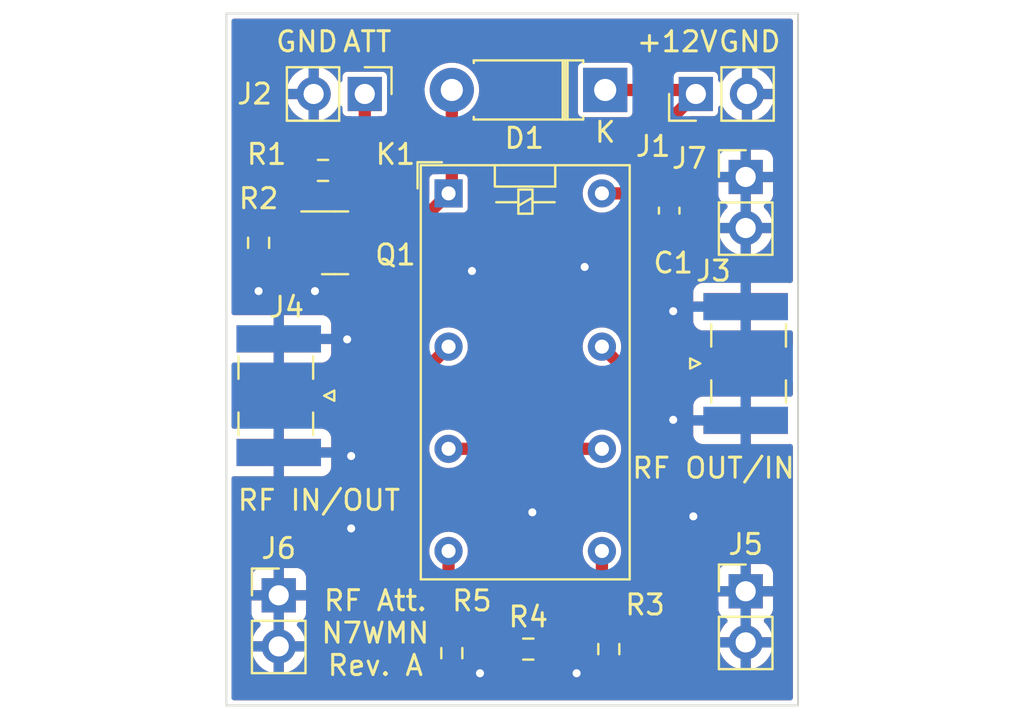
<source format=kicad_pcb>
(kicad_pcb (version 20211014) (generator pcbnew)
  (layers (0 "F.Cu" signal) (31 "B.Cu" signal) (34 "B.Paste" user) (35 "F.Paste" user) (36 "B.SilkS" user "B.Silkscreen") (37 "F.SilkS" user "F.Silkscreen") (38 "B.Mask" user) (39 "F.Mask" user) (44 "Edge.Cuts" user))
  (net 0 "")
  (net 1 "/+12V")
  (net 2 "GND")
  (net 3 "Net-(D1-Pad2)")
  (net 4 "/ATT")
  (net 5 "Net-(J3-Pad1)")
  (net 6 "Net-(J4-Pad1)")
  (net 7 "Net-(K1-Pad11)")
  (net 8 "Net-(K1-Pad8)")
  (net 9 "Net-(K1-Pad9)")
  (net 10 "Net-(Q1-Pad1)")
  (footprint "Diode_THT:D_DO-41_SOD81_P7.62mm_Horizontal" (layer "F.Cu") (at 85.22 84.4 180)
    (fp_text reference "D1" (at 4.02 -2.4) (layer "F.SilkS"))
    (fp_text value "1N4152")
    (fp_text user "K" (at 0 -2.1) (layer "F.SilkS"))
    (fp_line (start 1.99 -1.47) (end 1.99 1.47) (layer "F.SilkS") (width 0.12))
    (fp_line (start 1.09 -1.47) (end 6.53 -1.47) (layer "F.SilkS") (width 0.12))
    (fp_line (start 6.53 -1.47) (end 6.53 -1.34) (layer "F.SilkS") (width 0.12))
    (fp_line (start 1.09 1.34) (end 1.09 1.47) (layer "F.SilkS") (width 0.12))
    (fp_line (start 1.87 -1.47) (end 1.87 1.47) (layer "F.SilkS") (width 0.12))
    (fp_line (start 1.09 -1.34) (end 1.09 -1.47) (layer "F.SilkS") (width 0.12))
    (fp_line (start 1.09 1.47) (end 6.53 1.47) (layer "F.SilkS") (width 0.12))
    (fp_line (start 6.53 1.47) (end 6.53 1.34) (layer "F.SilkS") (width 0.12))
    (fp_line (start 2.11 -1.47) (end 2.11 1.47) (layer "F.SilkS") (width 0.12))
    (pad "1" thru_hole rect (at 0 0 180) (size 2.2 2.2) (drill 1.1) (layers *.Cu *.Mask) (net 1 "/+12V"))
    (pad "2" thru_hole oval (at 7.62 0 180) (size 2.2 2.2) (drill 1.1) (layers *.Cu *.Mask) (net 3 "Net-(D1-Pad2)"))
  )
  (footprint "Connector_PinHeader_2.54mm:PinHeader_1x02_P2.54mm_Vertical" (layer "F.Cu") (at 69 109.525)
    (fp_text reference "J6" (at 0 -2.33) (layer "F.SilkS"))
    (fp_text value "Conn_01x02")
    (fp_line (start -1.33 1.27) (end 1.33 1.27) (layer "F.SilkS") (width 0.12))
    (fp_line (start -1.33 0) (end -1.33 -1.33) (layer "F.SilkS") (width 0.12))
    (fp_line (start -1.33 3.87) (end 1.33 3.87) (layer "F.SilkS") (width 0.12))
    (fp_line (start -1.33 1.27) (end -1.33 3.87) (layer "F.SilkS") (width 0.12))
    (fp_line (start -1.33 -1.33) (end 0 -1.33) (layer "F.SilkS") (width 0.12))
    (fp_line (start 1.33 1.27) (end 1.33 3.87) (layer "F.SilkS") (width 0.12))
    (pad "1" thru_hole rect (at 0 0) (size 1.7 1.7) (drill 1) (layers *.Cu *.Mask) (net 2 "GND"))
    (pad "2" thru_hole oval (at 0 2.54) (size 1.7 1.7) (drill 1) (layers *.Cu *.Mask) (net 2 "GND"))
  )
  (footprint "Package_TO_SOT_SMD:SOT-23" (layer "F.Cu") (at 71.8 92)
    (fp_text reference "Q1" (at 3 0.6) (layer "F.SilkS"))
    (fp_text value "MMBT3904")
    (fp_line (start 0 1.56) (end -0.65 1.56) (layer "F.SilkS") (width 0.12))
    (fp_line (start 0 -1.56) (end -1.675 -1.56) (layer "F.SilkS") (width 0.12))
    (fp_line (start 0 -1.56) (end 0.65 -1.56) (layer "F.SilkS") (width 0.12))
    (fp_line (start 0 1.56) (end 0.65 1.56) (layer "F.SilkS") (width 0.12))
    (pad "1" smd roundrect (at -0.9375 -0.95) (size 1.475 0.6) (layers "F.Cu" "F.Paste" "F.Mask") (net 10 "Net-(Q1-Pad1)"))
    (pad "2" smd roundrect (at -0.9375 0.95) (size 1.475 0.6) (layers "F.Cu" "F.Paste" "F.Mask") (net 2 "GND"))
    (pad "3" smd roundrect (at 0.9375 0) (size 1.475 0.6) (layers "F.Cu" "F.Paste" "F.Mask") (net 3 "Net-(D1-Pad2)"))
  )
  (footprint "Connector_PinHeader_2.54mm:PinHeader_1x02_P2.54mm_Vertical" (layer "F.Cu") (at 92.2 109.325)
    (fp_text reference "J5" (at 0 -2.33) (layer "F.SilkS"))
    (fp_text value "Conn_01x02")
    (fp_line (start -1.33 1.27) (end -1.33 3.87) (layer "F.SilkS") (width 0.12))
    (fp_line (start -1.33 1.27) (end 1.33 1.27) (layer "F.SilkS") (width 0.12))
    (fp_line (start -1.33 3.87) (end 1.33 3.87) (layer "F.SilkS") (width 0.12))
    (fp_line (start -1.33 0) (end -1.33 -1.33) (layer "F.SilkS") (width 0.12))
    (fp_line (start 1.33 1.27) (end 1.33 3.87) (layer "F.SilkS") (width 0.12))
    (fp_line (start -1.33 -1.33) (end 0 -1.33) (layer "F.SilkS") (width 0.12))
    (pad "1" thru_hole rect (at 0 0) (size 1.7 1.7) (drill 1) (layers *.Cu *.Mask) (net 2 "GND"))
    (pad "2" thru_hole oval (at 0 2.54) (size 1.7 1.7) (drill 1) (layers *.Cu *.Mask) (net 2 "GND"))
  )
  (footprint "Resistor_SMD:R_0603_1608Metric_Pad0.98x0.95mm_HandSolder" (layer "F.Cu") (at 68 92 -90)
    (fp_text reference "R2" (at -2.2 0 180) (layer "F.SilkS"))
    (fp_text value "R_US")
    (fp_line (start -0.254724 -0.5225) (end 0.254724 -0.5225) (layer "F.SilkS") (width 0.12))
    (fp_line (start -0.254724 0.5225) (end 0.254724 0.5225) (layer "F.SilkS") (width 0.12))
    (pad "1" smd roundrect (at -0.9125 0 270) (size 0.975 0.95) (layers "F.Cu" "F.Paste" "F.Mask") (net 10 "Net-(Q1-Pad1)"))
    (pad "2" smd roundrect (at 0.9125 0 270) (size 0.975 0.95) (layers "F.Cu" "F.Paste" "F.Mask") (net 2 "GND"))
  )
  (footprint "Resistor_SMD:R_0603_1608Metric_Pad0.98x0.95mm_HandSolder" (layer "F.Cu") (at 85.4 112.2 -90)
    (fp_text reference "R3" (at -2.2 -1.8 180) (layer "F.SilkS"))
    (fp_text value "R_US")
    (fp_line (start -0.254724 -0.5225) (end 0.254724 -0.5225) (layer "F.SilkS") (width 0.12))
    (fp_line (start -0.254724 0.5225) (end 0.254724 0.5225) (layer "F.SilkS") (width 0.12))
    (pad "1" smd roundrect (at -0.9125 0 270) (size 0.975 0.95) (layers "F.Cu" "F.Paste" "F.Mask") (net 9 "Net-(K1-Pad9)"))
    (pad "2" smd roundrect (at 0.9125 0 270) (size 0.975 0.95) (layers "F.Cu" "F.Paste" "F.Mask") (net 2 "GND"))
  )
  (footprint "Connector_PinHeader_2.54mm:PinHeader_1x02_P2.54mm_Vertical" (layer "F.Cu") (at 92.2 88.725)
    (fp_text reference "J7" (at -2.8 -0.925) (layer "F.SilkS"))
    (fp_text value "Conn_01x02")
    (fp_line (start 1.33 1.27) (end 1.33 3.87) (layer "F.SilkS") (width 0.12))
    (fp_line (start -1.33 3.87) (end 1.33 3.87) (layer "F.SilkS") (width 0.12))
    (fp_line (start -1.33 1.27) (end -1.33 3.87) (layer "F.SilkS") (width 0.12))
    (fp_line (start -1.33 0) (end -1.33 -1.33) (layer "F.SilkS") (width 0.12))
    (fp_line (start -1.33 1.27) (end 1.33 1.27) (layer "F.SilkS") (width 0.12))
    (fp_line (start -1.33 -1.33) (end 0 -1.33) (layer "F.SilkS") (width 0.12))
    (pad "1" thru_hole rect (at 0 0) (size 1.7 1.7) (drill 1) (layers *.Cu *.Mask) (net 2 "GND"))
    (pad "2" thru_hole oval (at 0 2.54) (size 1.7 1.7) (drill 1) (layers *.Cu *.Mask) (net 2 "GND"))
  )
  (footprint "Connector_PinHeader_2.54mm:PinHeader_1x02_P2.54mm_Vertical" (layer "F.Cu") (at 89.725 84.6 90)
    (fp_text reference "J1" (at -2.6 -2.125 180) (layer "F.SilkS"))
    (fp_text value "Conn_01x02")
    (fp_line (start -1.33 3.87) (end 1.33 3.87) (layer "F.SilkS") (width 0.12))
    (fp_line (start -1.33 1.27) (end -1.33 3.87) (layer "F.SilkS") (width 0.12))
    (fp_line (start 1.33 1.27) (end 1.33 3.87) (layer "F.SilkS") (width 0.12))
    (fp_line (start -1.33 -1.33) (end 0 -1.33) (layer "F.SilkS") (width 0.12))
    (fp_line (start -1.33 0) (end -1.33 -1.33) (layer "F.SilkS") (width 0.12))
    (fp_line (start -1.33 1.27) (end 1.33 1.27) (layer "F.SilkS") (width 0.12))
    (pad "1" thru_hole rect (at 0 0 90) (size 1.7 1.7) (drill 1) (layers *.Cu *.Mask) (net 1 "/+12V"))
    (pad "2" thru_hole oval (at 0 2.54 90) (size 1.7 1.7) (drill 1) (layers *.Cu *.Mask) (net 2 "GND"))
  )
  (footprint "Connector_Coaxial:SMA_Samtec_SMA-J-P-X-ST-EM1_EdgeMount" (layer "F.Cu") (at 92.2 98 90)
    (fp_text reference "J3" (at 4.6 -1.6 180) (layer "F.SilkS"))
    (fp_text value "Conn_Coaxial")
    (fp_line (start 0 -2.26) (end 0.25 -2.76) (layer "F.SilkS") (width 0.12))
    (fp_line (start -0.25 -2.76) (end 0 -2.26) (layer "F.SilkS") (width 0.12))
    (fp_line (start -1.95 2) (end -0.84 2) (layer "F.SilkS") (width 0.12))
    (fp_line (start 0.84 2) (end 1.95 2) (layer "F.SilkS") (width 0.12))
    (fp_line (start 0.25 -2.76) (end -0.25 -2.76) (layer "F.SilkS") (width 0.12))
    (fp_line (start -1.95 -1.71) (end -0.84 -1.71) (layer "F.SilkS") (width 0.12))
    (fp_line (start 0.84 -1.71) (end 1.95 -1.71) (layer "F.SilkS") (width 0.12))
    (pad "1" smd rect (at 0 0.2 90) (size 1.27 3.6) (layers "F.Cu" "F.Paste" "F.Mask") (net 5 "Net-(J3-Pad1)"))
    (pad "2" smd rect (at -2.825 0 90) (size 1.35 4.2) (layers "B.Cu" "B.Paste" "B.Mask") (net 2 "GND"))
    (pad "2" smd rect (at -2.825 0 90) (size 1.35 4.2) (layers "F.Cu" "F.Paste" "F.Mask") (net 2 "GND"))
    (pad "2" smd rect (at 2.825 0 90) (size 1.35 4.2) (layers "F.Cu" "F.Paste" "F.Mask") (net 2 "GND"))
    (pad "2" smd rect (at 2.825 0 90) (size 1.35 4.2) (layers "B.Cu" "B.Paste" "B.Mask") (net 2 "GND"))
  )
  (footprint "Resistor_SMD:R_0603_1608Metric_Pad0.98x0.95mm_HandSolder" (layer "F.Cu") (at 71.2 88.4 180)
    (fp_text reference "R1" (at 2.8 0.8) (layer "F.SilkS"))
    (fp_text value "R_US")
    (fp_line (start -0.254724 0.5225) (end 0.254724 0.5225) (layer "F.SilkS") (width 0.12))
    (fp_line (start -0.254724 -0.5225) (end 0.254724 -0.5225) (layer "F.SilkS") (width 0.12))
    (pad "1" smd roundrect (at -0.9125 0 180) (size 0.975 0.95) (layers "F.Cu" "F.Paste" "F.Mask") (net 4 "/ATT"))
    (pad "2" smd roundrect (at 0.9125 0 180) (size 0.975 0.95) (layers "F.Cu" "F.Paste" "F.Mask") (net 10 "Net-(Q1-Pad1)"))
  )
  (footprint "Resistor_SMD:R_0603_1608Metric_Pad0.98x0.95mm_HandSolder" (layer "F.Cu") (at 81.4 112.2 180)
    (fp_text reference "R4" (at 0 1.6) (layer "F.SilkS"))
    (fp_text value "R_US")
    (fp_line (start -0.254724 0.5225) (end 0.254724 0.5225) (layer "F.SilkS") (width 0.12))
    (fp_line (start -0.254724 -0.5225) (end 0.254724 -0.5225) (layer "F.SilkS") (width 0.12))
    (pad "1" smd roundrect (at -0.9125 0 180) (size 0.975 0.95) (layers "F.Cu" "F.Paste" "F.Mask") (net 9 "Net-(K1-Pad9)"))
    (pad "2" smd roundrect (at 0.9125 0 180) (size 0.975 0.95) (layers "F.Cu" "F.Paste" "F.Mask") (net 8 "Net-(K1-Pad8)"))
  )
  (footprint "Relay_THT:Relay_DPDT_Omron_G5V-2" (layer "F.Cu") (at 77.4375 89.5425)
    (fp_text reference "K1" (at -2.6375 -1.9425) (layer "F.SilkS"))
    (fp_text value "G5V-2")
    (fp_line (start -1.54 -0.25) (end -1.54 -1.55) (layer "F.SilkS") (width 0.12))
    (fp_line (start 3.47 1.01) (end 4.17 1.01) (layer "F.SilkS") (width 0.12))
    (fp_line (start 9 -1.4) (end -1.38 -1.4) (layer "F.SilkS") (width 0.12))
    (fp_line (start 2.3 -1.4) (end 2.3 -0.36) (layer "F.SilkS") (width 0.12))
    (fp_line (start 3.47 0.61) (end 4.17 0.21) (layer "F.SilkS") (width 0.12))
    (fp_line (start 4.17 1.01) (end 4.17 -0.19) (layer "F.SilkS") (width 0.12))
    (fp_line (start 3.47 -0.19) (end 3.47 1.01) (layer "F.SilkS") (width 0.12))
    (fp_line (start -1.38 19.19) (end 9 19.19) (layer "F.SilkS") (width 0.12))
    (fp_line (start 4.17 -0.19) (end 3.47 -0.19) (layer "F.SilkS") (width 0.12))
    (fp_line (start 5.3 -0.34) (end 5.3 -1.4) (layer "F.SilkS") (width 0.12))
    (fp_line (start 4.17 0.44) (end 5.27 0.44) (layer "F.SilkS") (width 0.12))
    (fp_line (start 9 19.19) (end 9 -1.4) (layer "F.SilkS") (width 0.12))
    (fp_line (start 2.3 -0.34) (end 5.3 -0.34) (layer "F.SilkS") (width 0.12))
    (fp_line (start -1.54 -1.55) (end -0.33 -1.55) (layer "F.SilkS") (width 0.12))
    (fp_line (start 3.47 0.44) (end 2.37 0.44) (layer "F.SilkS") (width 0.12))
    (fp_line (start -1.38 -1.4) (end -1.38 19.19) (layer "F.SilkS") (width 0.12))
    (pad "1" thru_hole rect (at 0 0) (size 1.4 1.4) (drill 0.7) (layers *.Cu *.Mask) (net 3 "Net-(D1-Pad2)"))
    (pad "4" thru_hole circle (at 0 7.62) (size 1.4 1.4) (drill 0.7) (layers *.Cu *.Mask) (net 6 "Net-(J4-Pad1)"))
    (pad "6" thru_hole circle (at 0 12.7) (size 1.4 1.4) (drill 0.7) (layers *.Cu *.Mask) (net 7 "Net-(K1-Pad11)"))
    (pad "8" thru_hole circle (at 0 17.78) (size 1.4 1.4) (drill 0.7) (layers *.Cu *.Mask) (net 8 "Net-(K1-Pad8)"))
    (pad "9" thru_hole circle (at 7.62 17.78) (size 1.4 1.4) (drill 0.7) (layers *.Cu *.Mask) (net 9 "Net-(K1-Pad9)"))
    (pad "11" thru_hole circle (at 7.62 12.7) (size 1.4 1.4) (drill 0.7) (layers *.Cu *.Mask) (net 7 "Net-(K1-Pad11)"))
    (pad "13" thru_hole circle (at 7.62 7.62) (size 1.4 1.4) (drill 0.7) (layers *.Cu *.Mask) (net 5 "Net-(J3-Pad1)"))
    (pad "16" thru_hole circle (at 7.62 0) (size 1.4 1.4) (drill 0.7) (layers *.Cu *.Mask) (net 1 "/+12V"))
  )
  (footprint "Connector_PinHeader_2.54mm:PinHeader_1x02_P2.54mm_Vertical" (layer "F.Cu") (at 73.275 84.6 -90)
    (fp_text reference "J2" (at 0 5.475 180) (layer "F.SilkS"))
    (fp_text value "Conn_01x02")
    (fp_line (start -1.33 0) (end -1.33 -1.33) (layer "F.SilkS") (width 0.12))
    (fp_line (start 1.33 1.27) (end 1.33 3.87) (layer "F.SilkS") (width 0.12))
    (fp_line (start -1.33 -1.33) (end 0 -1.33) (layer "F.SilkS") (width 0.12))
    (fp_line (start -1.33 1.27) (end 1.33 1.27) (layer "F.SilkS") (width 0.12))
    (fp_line (start -1.33 3.87) (end 1.33 3.87) (layer "F.SilkS") (width 0.12))
    (fp_line (start -1.33 1.27) (end -1.33 3.87) (layer "F.SilkS") (width 0.12))
    (pad "1" thru_hole rect (at 0 0 270) (size 1.7 1.7) (drill 1) (layers *.Cu *.Mask) (net 4 "/ATT"))
    (pad "2" thru_hole oval (at 0 2.54 270) (size 1.7 1.7) (drill 1) (layers *.Cu *.Mask) (net 2 "GND"))
  )
  (footprint "Connector_Coaxial:SMA_Samtec_SMA-J-P-X-ST-EM1_EdgeMount" (layer "F.Cu") (at 69 99.6 -90)
    (fp_text reference "J4" (at -4.4 -0.4 180) (layer "F.SilkS"))
    (fp_text value "Conn_Coaxial")
    (fp_line (start -1.95 2) (end -0.84 2) (layer "F.SilkS") (width 0.12))
    (fp_line (start -0.25 -2.76) (end 0 -2.26) (layer "F.SilkS") (width 0.12))
    (fp_line (start 0 -2.26) (end 0.25 -2.76) (layer "F.SilkS") (width 0.12))
    (fp_line (start 0.84 -1.71) (end 1.95 -1.71) (layer "F.SilkS") (width 0.12))
    (fp_line (start 0.25 -2.76) (end -0.25 -2.76) (layer "F.SilkS") (width 0.12))
    (fp_line (start 0.84 2) (end 1.95 2) (layer "F.SilkS") (width 0.12))
    (fp_line (start -1.95 -1.71) (end -0.84 -1.71) (layer "F.SilkS") (width 0.12))
    (pad "1" smd rect (at 0 0.2 270) (size 1.27 3.6) (layers "F.Cu" "F.Paste" "F.Mask") (net 6 "Net-(J4-Pad1)"))
    (pad "2" smd rect (at 2.825 0 270) (size 1.35 4.2) (layers "F.Cu" "F.Paste" "F.Mask") (net 2 "GND"))
    (pad "2" smd rect (at 2.825 0 270) (size 1.35 4.2) (layers "B.Cu" "B.Paste" "B.Mask") (net 2 "GND"))
    (pad "2" smd rect (at -2.825 0 270) (size 1.35 4.2) (layers "B.Cu" "B.Paste" "B.Mask") (net 2 "GND"))
    (pad "2" smd rect (at -2.825 0 270) (size 1.35 4.2) (layers "F.Cu" "F.Paste" "F.Mask") (net 2 "GND"))
  )
  (footprint "Capacitor_SMD:C_0603_1608Metric_Pad1.08x0.95mm_HandSolder" (layer "F.Cu") (at 88.4 90.4 -90)
    (fp_text reference "C1" (at 2.6 -0.2 180) (layer "F.SilkS"))
    (fp_text value "0.1uF")
    (fp_line (start -0.146267 -0.51) (end 0.146267 -0.51) (layer "F.SilkS") (width 0.12))
    (fp_line (start -0.146267 0.51) (end 0.146267 0.51) (layer "F.SilkS") (width 0.12))
    (pad "1" smd roundrect (at -0.8625 0 270) (size 1.075 0.95) (layers "F.Cu" "F.Paste" "F.Mask") (net 1 "/+12V"))
    (pad "2" smd roundrect (at 0.8625 0 270) (size 1.075 0.95) (layers "F.Cu" "F.Paste" "F.Mask") (net 2 "GND"))
  )
  (footprint "Resistor_SMD:R_0603_1608Metric_Pad0.98x0.95mm_HandSolder" (layer "F.Cu") (at 77.6 112.4 -90)
    (fp_text reference "R5" (at -2.6 -1 180) (layer "F.SilkS"))
    (fp_text value "R_US")
    (fp_line (start -0.254724 -0.5225) (end 0.254724 -0.5225) (layer "F.SilkS") (width 0.12))
    (fp_line (start -0.254724 0.5225) (end 0.254724 0.5225) (layer "F.SilkS") (width 0.12))
    (pad "1" smd roundrect (at -0.9125 0 270) (size 0.975 0.95) (layers "F.Cu" "F.Paste" "F.Mask") (net 8 "Net-(K1-Pad8)"))
    (pad "2" smd roundrect (at 0.9125 0 270) (size 0.975 0.95) (layers "F.Cu" "F.Paste" "F.Mask") (net 2 "GND"))
  )
  (gr_rect (start 66.4 80.6) (end 94.8 115) (layer "Edge.Cuts") (width 0.1) (fill none))
  (gr_text "RF IN/OUT" (at 71 104.8) (layer "F.SilkS") (effects (font (size 1 1))))
  (gr_text "RF OUT/IN" (at 90.6 103.2) (layer "F.SilkS") (effects (font (size 1 1))))
  (gr_text "+12V" (at 88.8 82) (layer "F.SilkS") (effects (font (size 1 1))))
  (gr_text "ATT" (at 73.4 82) (layer "F.SilkS") (effects (font (size 1 1))))
  (gr_text "RF Att.\nN7WMN\nRev. A" (at 73.8 111.4) (layer "F.SilkS") (effects (font (size 1 1))))
  (gr_text "GND" (at 70.4 82) (layer "F.SilkS") (effects (font (size 1 1))))
  (gr_text "GND" (at 92.4 82) (layer "F.SilkS") (effects (font (size 1 1))))
  (segment (start 85.0575 89.5425) (end 88.395 89.5425) (width 0.6096) (layer "F.Cu") (net 1))
  (segment (start 88.395 89.5425) (end 88.4 89.5375) (width 0.6096) (layer "F.Cu") (net 1))
  (segment (start 85.22 84.4) (end 89.525 84.4) (width 0.6096) (layer "F.Cu") (net 1))
  (segment (start 89.525 84.4) (end 89.725 84.6) (width 0.6096) (layer "F.Cu") (net 1))
  (segment (start 88.4 89.5375) (end 88.4 85.925) (width 0.6096) (layer "F.Cu") (net 1))
  (segment (start 88.4 85.925) (end 89.725 84.6) (width 0.6096) (layer "F.Cu") (net 1))
  (via (at 88.6 100.8) (size 0.8) (drill 0.4) (layers "F.Cu" "B.Cu") (net 2))
  (via (at 78.6 93.4) (size 0.8) (drill 0.4) (layers "F.Cu" "B.Cu") (net 2))
  (via (at 81.6 105.4) (size 0.8) (drill 0.4) (layers "F.Cu" "B.Cu") (net 2))
  (via (at 72.6 102.6) (size 0.8) (drill 0.4) (layers "F.Cu" "B.Cu") (net 2))
  (via (at 72.4 96.8) (size 0.8) (drill 0.4) (layers "F.Cu" "B.Cu") (net 2))
  (via (at 72.6 106.2) (size 0.8) (drill 0.4) (layers "F.Cu" "B.Cu") (net 2))
  (via (at 89.6 105.6) (size 0.8) (drill 0.4) (layers "F.Cu" "B.Cu") (net 2))
  (via (at 79 113.4) (size 0.8) (drill 0.4) (layers "F.Cu" "B.Cu") (net 2))
  (via (at 68 94.4) (size 0.8) (drill 0.4) (layers "F.Cu" "B.Cu") (net 2))
  (via (at 88.6 95.4) (size 0.8) (drill 0.4) (layers "F.Cu" "B.Cu") (net 2))
  (via (at 83.8 113.4) (size 0.8) (drill 0.4) (layers "F.Cu" "B.Cu") (net 2))
  (via (at 70.8 94.4) (size 0.8) (drill 0.4) (layers "F.Cu" "B.Cu") (net 2))
  (via (at 84.2 93.2) (size 0.8) (drill 0.4) (layers "F.Cu" "B.Cu") (net 2))
  (segment (start 74.98 92) (end 77.4375 89.5425) (width 0.6096) (layer "F.Cu") (net 3))
  (segment (start 77.6 89.38) (end 77.4375 89.5425) (width 0.6096) (layer "F.Cu") (net 3))
  (segment (start 77.6 84.4) (end 77.6 89.38) (width 0.6096) (layer "F.Cu") (net 3))
  (segment (start 72.7375 92) (end 74.98 92) (width 0.6096) (layer "F.Cu") (net 3))
  (segment (start 73.275 86.325) (end 73.275 84.6) (width 0.6096) (layer "F.Cu") (net 4))
  (segment (start 72.1125 87.4875) (end 73.275 86.325) (width 0.6096) (layer "F.Cu") (net 4))
  (segment (start 72.1125 88.4) (end 72.1125 87.4875) (width 0.6096) (layer "F.Cu") (net 4))
  (segment (start 92.4 98) (end 85.895 98) (width 0.6096) (layer "F.Cu") (net 5))
  (segment (start 85.895 98) (end 85.0575 97.1625) (width 0.6096) (layer "F.Cu") (net 5))
  (segment (start 75 99.6) (end 77.4375 97.1625) (width 0.6096) (layer "F.Cu") (net 6))
  (segment (start 68.8 99.6) (end 75 99.6) (width 0.6096) (layer "F.Cu") (net 6))
  (segment (start 77.4375 102.2425) (end 85.0575 102.2425) (width 0.6096) (layer "F.Cu") (net 7))
  (segment (start 80.4875 112.2) (end 80 112.2) (width 0.6096) (layer "F.Cu") (net 8))
  (segment (start 77.4375 107.3225) (end 77.4375 111.325) (width 0.6096) (layer "F.Cu") (net 8))
  (segment (start 77.6875 111.4) (end 77.6 111.4875) (width 0.6096) (layer "F.Cu") (net 8))
  (segment (start 80 112.2) (end 79.2 111.4) (width 0.6096) (layer "F.Cu") (net 8))
  (segment (start 79.2 111.4) (end 77.6875 111.4) (width 0.6096) (layer "F.Cu") (net 8))
  (segment (start 77.4375 111.325) (end 77.6 111.4875) (width 0.6096) (layer "F.Cu") (net 8))
  (segment (start 85.0575 110.945) (end 85.4 111.2875) (width 0.6096) (layer "F.Cu") (net 9))
  (segment (start 82.3125 112.2) (end 82.3125 112.0875) (width 0.6096) (layer "F.Cu") (net 9))
  (segment (start 85.0575 107.3225) (end 85.0575 110.945) (width 0.6096) (layer "F.Cu") (net 9))
  (segment (start 83.1125 111.2875) (end 85.4 111.2875) (width 0.6096) (layer "F.Cu") (net 9))
  (segment (start 82.3125 112.0875) (end 83.1125 111.2875) (width 0.6096) (layer "F.Cu") (net 9))
  (segment (start 68.95 91.05) (end 68.0375 91.05) (width 0.6096) (layer "F.Cu") (net 10))
  (segment (start 70.35 91.05) (end 68.95 91.05) (width 0.6096) (layer "F.Cu") (net 10))
  (segment (start 70.8625 91.05) (end 68.95 91.05) (width 0.6096) (layer "F.Cu") (net 10))
  (segment (start 70.6 90.8) (end 70.35 91.05) (width 0.6096) (layer "F.Cu") (net 10))
  (segment (start 68.0375 91.05) (end 68 91.0875) (width 0.6096) (layer "F.Cu") (net 10))
  (segment (start 70.2875 88.4) (end 70.2875 90.4875) (width 0.6096) (layer "F.Cu") (net 10))
  (segment (start 70.2875 90.4875) (end 70.6 90.8) (width 0.6096) (layer "F.Cu") (net 10))
  (zone (net 2) (net_name "GND") (layers F&B.Cu) (connect_pads (clearance 0.254)) (min_thickness 0.254) (fill yes (thermal_gap 0.508) (thermal_bridge_width 0.508))
    (polygon (pts (xy 94.8 115) (xy 66.4 115) (xy 66.4 80.6) (xy 94.8 80.6)))
  )
)
</source>
